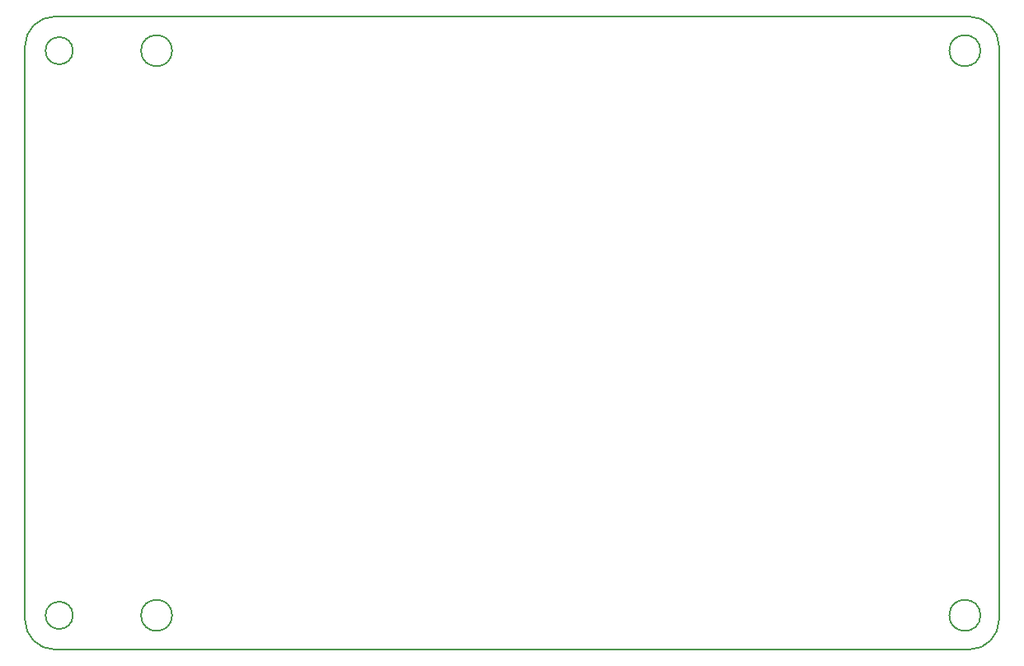
<source format=gbr>
G04 #@! TF.GenerationSoftware,KiCad,Pcbnew,5.0.1*
G04 #@! TF.CreationDate,2018-11-15T13:07:56+01:00*
G04 #@! TF.ProjectId,Astroplant_VFR,417374726F706C616E745F5646522E6B,0.5*
G04 #@! TF.SameCoordinates,Original*
G04 #@! TF.FileFunction,Profile,NP*
%FSLAX46Y46*%
G04 Gerber Fmt 4.6, Leading zero omitted, Abs format (unit mm)*
G04 Created by KiCad (PCBNEW 5.0.1) date jeu 15 nov 2018 13:07:56 CET*
%MOMM*%
%LPD*%
G01*
G04 APERTURE LIST*
%ADD10C,0.150000*%
G04 APERTURE END LIST*
D10*
X104900000Y-96500000D02*
G75*
G03X104900000Y-96500000I-1400000J0D01*
G01*
X104900000Y-38500000D02*
G75*
G03X104900000Y-38500000I-1400000J0D01*
G01*
X115100000Y-38500000D02*
G75*
G03X115100000Y-38500000I-1600000J0D01*
G01*
X198100000Y-38500000D02*
G75*
G03X198100000Y-38500000I-1600000J0D01*
G01*
X198100000Y-96500000D02*
G75*
G03X198100000Y-96500000I-1600000J0D01*
G01*
X115100000Y-96500000D02*
G75*
G03X115100000Y-96500000I-1600000J0D01*
G01*
X197000000Y-100000000D02*
G75*
G03X200000000Y-97000000I0J3000000D01*
G01*
X200000000Y-38000000D02*
G75*
G03X197000000Y-35000000I-3000000J0D01*
G01*
X100000000Y-97000000D02*
G75*
G03X103000000Y-100000000I3000000J0D01*
G01*
X103000000Y-35000000D02*
G75*
G03X100000000Y-38000000I0J-3000000D01*
G01*
X200000000Y-97000000D02*
X200000000Y-38000000D01*
X103000000Y-100000000D02*
X197000000Y-100000000D01*
X100000000Y-38000000D02*
X100000000Y-97000000D01*
X197000000Y-35000000D02*
X103000000Y-35000000D01*
M02*

</source>
